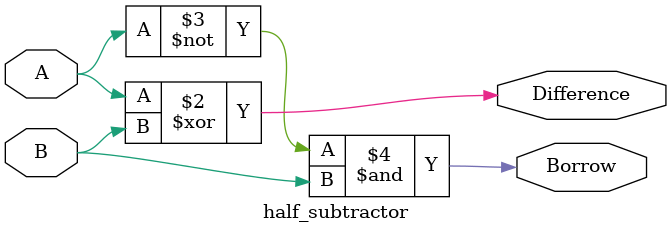
<source format=v>
module half_subtractor (
    input A,
    input B,
    output reg Difference,
    output reg Borrow
);
    always @(*) begin
        Difference = A ^ B;  // XOR for difference
        Borrow = ~A & B;     // AND and NOT for borrow
    end
endmodule
</source>
